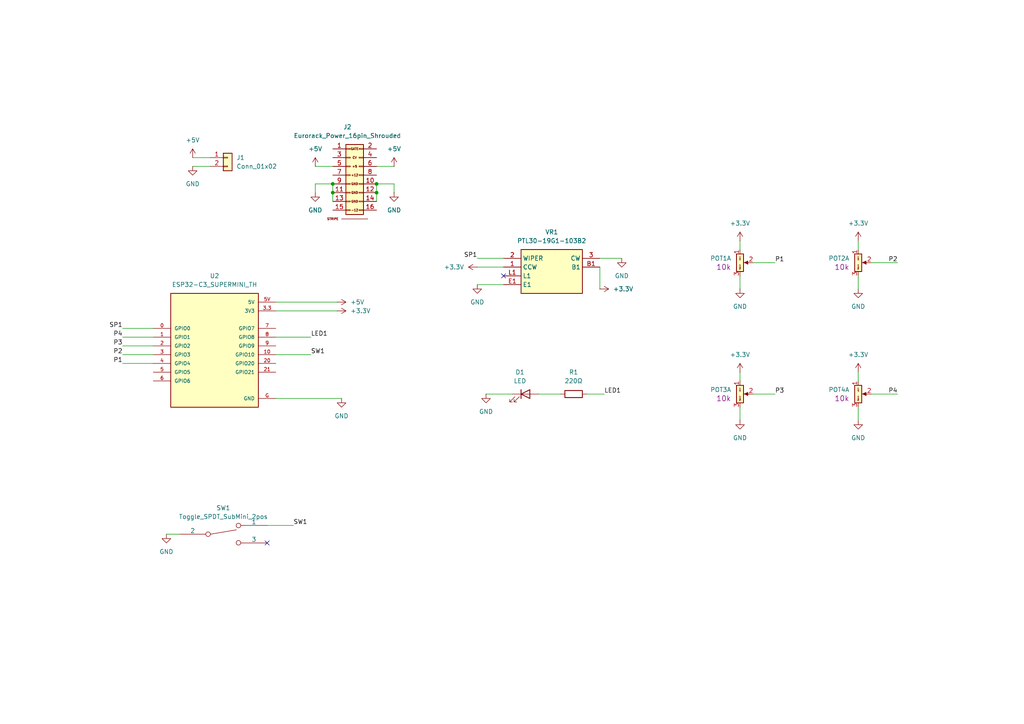
<source format=kicad_sch>
(kicad_sch (version 20250114) (generator "eeschema") (generator_version "9.0")
  (paper "A4")
  (title_block (title "Slide & Twist") (date "2025-12-06") (rev "1.0") (company "Nanas Sound OÜ"))
  (lib_symbols
    (symbol "4ms_Connector:Conn_01x02" (pin_names (offset 1.016) (hide yes))
      (property "Reference" "J" (at 0 2.54 0))
      (property "Value" "Conn_01x02" (at 0 -5.08 0))
      (symbol "Conn_01x02_1_1"
        (rectangle (start -1.27 1.27) (end 1.27 -3.81) (stroke (width 0.254)) (fill (type background)))
        (rectangle (start -1.27 0.127) (end 0 -0.127) (stroke (width 0.1524)))
        (rectangle (start -1.27 -2.413) (end 0 -2.667) (stroke (width 0.1524)))
        (pin passive line (at -5.08 0 0) (length 3.81) (name "Pin_1") (number "1"))
        (pin passive line (at -5.08 -2.54 0) (length 3.81) (name "Pin_2") (number "2"))
      )
    )
    (symbol "4ms_Connector:Eurorack_Power_16pin_Shrouded" (pin_names (offset 0.0254) (hide yes))
      (property "Reference" "J" (at 0 11.43 0))
      (property "Value" "Eurorack_Power_16pin_Shrouded" (at 0 13.97 0))
      (symbol "Eurorack_Power_16pin_Shrouded_0_0"
        (text "STRIPE" (at -6.35 -11.43 0) (effects (font (size 0.635 0.635))))
        (text "GATE" (at 0 8.89 0) (effects (font (size 0.635 0.635))))
        (text "CV" (at 0 6.35 0) (effects (font (size 0.635 0.635))))
        (text "+5" (at 0 3.81 0) (effects (font (size 0.635 0.635))))
        (text "+12" (at 0 1.27 0) (effects (font (size 0.635 0.635))))
        (text "GND" (at 0 -1.27 0) (effects (font (size 0.635 0.635))))
        (text "GND" (at 0 -3.81 0) (effects (font (size 0.635 0.635))))
        (text "GND" (at 0 -6.35 0) (effects (font (size 0.635 0.635))))
        (text "-12" (at 0 -8.89 0) (effects (font (size 0.635 0.635))))
      )
      (symbol "Eurorack_Power_16pin_Shrouded_0_1"
        (polyline (pts (xy -3.81 -11.43) (xy 3.81 -11.43) (xy 1.27 -11.43)))
        (rectangle (start -2.54 10.16) (end 2.54 -10.16) (stroke (width 0.254)) (fill (type background)))
        (rectangle (start -2.54 9.017) (end -1.27 8.763))
        (rectangle (start -2.54 6.477) (end -1.27 6.223))
        (rectangle (start -2.54 3.937) (end -1.27 3.683))
        (rectangle (start -2.54 1.397) (end -1.27 1.143))
        (rectangle (start -2.54 -1.143) (end -1.27 -1.397))
        (rectangle (start -2.54 -3.683) (end -1.27 -3.937))
        (rectangle (start -2.54 -6.223) (end -1.27 -6.477))
        (rectangle (start -2.54 -8.763) (end -1.27 -9.017))
        (rectangle (start 1.27 9.017) (end 2.54 8.763))
        (rectangle (start 1.27 6.477) (end 2.54 6.223))
        (rectangle (start 1.27 3.937) (end 2.54 3.683))
        (rectangle (start 1.27 1.397) (end 2.54 1.143))
        (rectangle (start 1.27 -1.143) (end 2.54 -1.397))
        (rectangle (start 1.27 -3.683) (end 2.54 -3.937))
        (rectangle (start 1.27 -6.223) (end 2.54 -6.477))
        (rectangle (start 1.27 -8.763) (end 2.54 -9.017))
      )
      (symbol "Eurorack_Power_16pin_Shrouded_1_1"
        (pin passive line (at -6.35 8.89 0) (length 3.81) (name "P1") (number "1"))
        (pin passive line (at -6.35 6.35 0) (length 3.81) (name "P3") (number "3"))
        (pin passive line (at -6.35 3.81 0) (length 3.81) (name "+12V") (number "5"))
        (pin passive line (at -6.35 1.27 0) (length 3.81) (name "12V") (number "7"))
        (pin passive line (at -6.35 -1.27 0) (length 3.81) (name "GND") (number "9"))
        (pin passive line (at -6.35 -3.81 0) (length 3.81) (name "GND") (number "11"))
        (pin passive line (at -6.35 -6.35 0) (length 3.81) (name "-12") (number "13"))
        (pin passive line (at -6.35 -8.89 0) (length 3.81) (name "-12V") (number "15"))
        (pin passive line (at 6.35 8.89 180) (length 3.81) (name "P2") (number "2"))
        (pin passive line (at 6.35 6.35 180) (length 3.81) (name "P4") (number "4"))
        (pin passive line (at 6.35 3.81 180) (length 3.81) (name "P6") (number "6"))
        (pin passive line (at 6.35 1.27 180) (length 3.81) (name "+12V") (number "8"))
        (pin passive line (at 6.35 -1.27 180) (length 3.81) (name "GND") (number "10"))
        (pin passive line (at 6.35 -3.81 180) (length 3.81) (name "GND") (number "12"))
        (pin passive line (at 6.35 -6.35 180) (length 3.81) (name "-12V") (number "14"))
        (pin passive line (at 6.35 -8.89 180) (length 3.81) (name "P16") (number "16"))
      )
    )
    (symbol "4ms_Potentiometer:9mm_NoDet_10k_DShaft" (pin_names (offset 1.016) (hide yes))
      (property "Reference" "POT" (at -4.572 -0.127 90))
      (property "Display" "10k" (at -2.794 0 90))
      (symbol "9mm_NoDet_10k_DShaft_1_1"
        (rectangle (start 1.016 2.54) (end -1.016 -2.54) (stroke (width 0.254)) (fill (type background)))
        (polyline (pts (xy 1.143 0) (xy 2.286 0.508) (xy 2.286 -0.508)) (fill (type outline)))
        (polyline (pts (xy 2.54 0) (xy 1.524 0)))
        (text "Left/1" (at 0 1.27 900) (effects (font (size 0.254 0.254))))
        (text "Right/3" (at 0 -1.27 900) (effects (font (size 0.254 0.254))))
        (pin passive line (at 0 3.81 270) (length 1.27) (name "Left") (number "1"))
        (pin passive line (at 0 -3.81 90) (length 1.27) (name "Right") (number "3"))
        (pin passive line (at 3.81 0 180) (length 1.27) (name "Center") (number "2"))
      )
      (symbol "9mm_NoDet_10k_DShaft_2_1"
        (rectangle (start -2.54 0) (end -1.27 0) (stroke (width 0.254)))
        (rectangle (start 1.016 2.54) (end -1.016 -2.54) (stroke (width 0.254)) (fill (type background)))
        (rectangle (start 1.27 0) (end 2.54 0) (stroke (width 0.254)))
        (pin passive line (at -2.54 -1.27 90) (length 1.27) (name "Tab1") (number "4"))
        (pin passive line (at 2.54 -1.27 90) (length 1.27) (name "Tab2") (number "5"))
      )
    )
    (symbol "4ms_Switch:Toggle_SPDT_SubMini_2pos" (pin_numbers (hide yes)) (pin_names (offset 0))
      (property "Reference" "SW" (at -5.08 3.81 0))
      (property "Value" "Toggle_SPDT_SubMini_2pos" (at -3.81 -3.81 0))
      (symbol "Toggle_SPDT_SubMini_2pos_1_1"
        (circle (center -4.4196 0) (radius 0.6604))
        (polyline (pts (xy -3.7084 0) (xy 3.7846 1.27)))
        (circle (center 4.3942 2.5146) (radius 0.6604))
        (circle (center 4.3942 -2.4892) (radius 0.6604))
        (pin passive line (at -12.7 0 0) (length 7.62) (name "2") (number "2"))
        (pin passive line (at 12.7 2.54 180) (length 7.62) (name "1") (number "1"))
        (pin passive line (at 12.7 -2.54 180) (length 7.62) (name "3") (number "3"))
      )
    )
    (symbol "Device:LED" (pin_numbers (hide yes)) (pin_names (offset 1.016) (hide yes))
      (property "Reference" "D" (at 0 2.54 0))
      (property "Value" "LED" (at 0 -2.54 0))
      (symbol "LED_0_1"
        (polyline (pts (xy -3.048 -0.762) (xy -4.572 -2.286) (xy -3.81 -2.286) (xy -4.572 -2.286) (xy -4.572 -1.524)))
        (polyline (pts (xy -1.778 -0.762) (xy -3.302 -2.286) (xy -2.54 -2.286) (xy -3.302 -2.286) (xy -3.302 -1.524)))
        (polyline (pts (xy -1.27 0) (xy 1.27 0)))
        (polyline (pts (xy -1.27 -1.27) (xy -1.27 1.27)) (stroke (width 0.254)))
        (polyline (pts (xy 1.27 -1.27) (xy 1.27 1.27) (xy -1.27 0) (xy 1.27 -1.27)) (stroke (width 0.254)))
      )
      (symbol "LED_1_1"
        (pin passive line (at -3.81 0 0) (length 2.54) (name "K") (number "1"))
        (pin passive line (at 3.81 0 180) (length 2.54) (name "A") (number "2"))
      )
    )
    (symbol "Device:R" (pin_numbers (hide yes)) (pin_names (offset 0))
      (property "Reference" "R" (at 2.032 0 90))
      (property "Value" "R" (at 0 0 90))
      (symbol "R_0_1"
        (rectangle (start -1.016 -2.54) (end 1.016 2.54) (stroke (width 0.254)))
      )
      (symbol "R_1_1"
        (pin passive line (at 0 3.81 270) (length 1.27) (name "~") (number "1"))
        (pin passive line (at 0 -3.81 90) (length 1.27) (name "~") (number "2"))
      )
    )
    (symbol "ESP32-C3_SUPERMINI_TH:ESP32-C3_SUPERMINI_TH" (pin_names (offset 1.016))
      (property "Reference" "U" (at -12.7 16.002 0))
      (property "Value" "ESP32-C3_SUPERMINI_TH" (at -12.7 -20.32 0))
      (symbol "ESP32-C3_SUPERMINI_TH_0_0"
        (rectangle (start -12.7 -17.78) (end 12.7 15.24) (stroke (width 0.254)) (fill (type background)))
        (pin bidirectional line (at -17.78 5.08 0) (length 5.08) (name "GPIO0") (number "0"))
        (pin bidirectional line (at -17.78 2.54 0) (length 5.08) (name "GPIO1") (number "1"))
        (pin bidirectional line (at -17.78 0 0) (length 5.08) (name "GPIO2") (number "2"))
        (pin bidirectional line (at -17.78 -2.54 0) (length 5.08) (name "GPIO3") (number "3"))
        (pin bidirectional line (at -17.78 -5.08 0) (length 5.08) (name "GPIO4") (number "4"))
        (pin bidirectional line (at -17.78 -7.62 0) (length 5.08) (name "GPIO5") (number "5"))
        (pin bidirectional line (at -17.78 -10.16 0) (length 5.08) (name "GPIO6") (number "6"))
        (pin power_in line (at 17.78 12.7 180) (length 5.08) (name "5V") (number "5V"))
        (pin power_in line (at 17.78 10.16 180) (length 5.08) (name "3V3") (number "3.3"))
        (pin bidirectional line (at 17.78 5.08 180) (length 5.08) (name "GPIO7") (number "7"))
        (pin bidirectional line (at 17.78 2.54 180) (length 5.08) (name "GPIO8") (number "8"))
        (pin bidirectional line (at 17.78 0 180) (length 5.08) (name "GPIO9") (number "9"))
        (pin bidirectional line (at 17.78 -2.54 180) (length 5.08) (name "GPIO10") (number "10"))
        (pin bidirectional line (at 17.78 -5.08 180) (length 5.08) (name "GPIO20") (number "20"))
        (pin bidirectional line (at 17.78 -7.62 180) (length 5.08) (name "GPIO21") (number "21"))
        (pin power_in line (at 17.78 -15.24 180) (length 5.08) (name "GND") (number "G"))
      )
    )
    (symbol "PTL30-19G1-103B2:PTL30-19G1-103B2"
      (property "Reference" "VR" (at 24.13 7.62 0))
      (property "Value" "PTL30-19G1-103B2" (at 24.13 5.08 0))
      (symbol "PTL30-19G1-103B2_1_1"
        (rectangle (start 5.08 2.54) (end 22.86 -10.16) (stroke (width 0.254)) (fill (type background)))
        (pin passive line (at 0 0 0) (length 5.08) (name "WIPER") (number "2"))
        (pin passive line (at 0 -2.54 0) (length 5.08) (name "CCW") (number "1"))
        (pin passive line (at 0 -5.08 0) (length 5.08) (name "L1") (number "L1"))
        (pin passive line (at 0 -7.62 0) (length 5.08) (name "E1") (number "E1"))
        (pin passive line (at 27.94 0 180) (length 5.08) (name "CW") (number "3"))
        (pin passive line (at 27.94 -2.54 180) (length 5.08) (name "B1") (number "B1"))
      )
    )
    (symbol "power:+3.3V" (power) (pin_numbers (hide yes)) (pin_names (offset 0) (hide yes))
      (property "Value" "+3.3V" (at 0 3.556 0))
      (symbol "+3.3V_0_1"
        (polyline (pts (xy -0.762 1.27) (xy 0 2.54)))
        (polyline (pts (xy 0 2.54) (xy 0.762 1.27)))
        (polyline (pts (xy 0 0) (xy 0 2.54)))
      )
      (symbol "+3.3V_1_1"
        (pin power_in line (at 0 0 90) (length 0) (name "~") (number "1"))
      )
    )
    (symbol "power:+5V" (power) (pin_numbers (hide yes)) (pin_names (offset 0) (hide yes))
      (property "Value" "+5V" (at 0 3.556 0))
      (symbol "+5V_0_1"
        (polyline (pts (xy -0.762 1.27) (xy 0 2.54)))
        (polyline (pts (xy 0 2.54) (xy 0.762 1.27)))
        (polyline (pts (xy 0 0) (xy 0 2.54)))
      )
      (symbol "+5V_1_1"
        (pin power_in line (at 0 0 90) (length 0) (name "~") (number "1"))
      )
    )
    (symbol "power:GND" (power) (pin_numbers (hide yes)) (pin_names (offset 0) (hide yes))
      (property "Value" "GND" (at 0 -3.81 0))
      (symbol "GND_0_1"
        (polyline (pts (xy 0 0) (xy 0 -1.27) (xy 1.27 -1.27) (xy 0 -2.54) (xy -1.27 -1.27) (xy 0 -1.27)))
      )
      (symbol "GND_1_1"
        (pin power_in line (at 0 0 270) (length 0) (name "~") (number "1"))
      )
    )
  )
  (junction (at 96.52 55.88))
  (junction (at 109.22 55.88))
  (junction (at 109.22 53.34))
  (junction (at 96.52 53.34))
  (no_connect (at 146.05 80.01))
  (no_connect (at 77.47 157.48))
  (wire (pts (xy 35.56 95.25) (xy 44.45 95.25)))
  (wire (pts (xy 252.73 114.3) (xy 260.35 114.3)))
  (wire (pts (xy 80.01 115.57) (xy 99.06 115.57)))
  (wire (pts (xy 248.92 69.85) (xy 248.92 72.39)))
  (wire (pts (xy 48.26 154.94) (xy 52.07 154.94)))
  (wire (pts (xy 248.92 118.11) (xy 248.92 121.92)))
  (wire (pts (xy 109.22 53.34) (xy 109.22 55.88)))
  (wire (pts (xy 214.63 107.95) (xy 214.63 110.49)))
  (wire (pts (xy 138.43 77.47) (xy 146.05 77.47)))
  (wire (pts (xy 109.22 53.34) (xy 114.3 53.34)))
  (wire (pts (xy 55.88 48.26) (xy 60.96 48.26)))
  (wire (pts (xy 248.92 80.01) (xy 248.92 83.82)))
  (wire (pts (xy 170.18 114.3) (xy 175.26 114.3)))
  (wire (pts (xy 140.97 114.3) (xy 148.59 114.3)))
  (wire (pts (xy 114.3 53.34) (xy 114.3 55.88)))
  (wire (pts (xy 80.01 90.17) (xy 97.79 90.17)))
  (wire (pts (xy 156.21 114.3) (xy 162.56 114.3)))
  (wire (pts (xy 173.99 77.47) (xy 173.99 83.82)))
  (wire (pts (xy 77.47 152.4) (xy 85.09 152.4)))
  (wire (pts (xy 138.43 82.55) (xy 146.05 82.55)))
  (wire (pts (xy 214.63 80.01) (xy 214.63 83.82)))
  (wire (pts (xy 80.01 102.87) (xy 90.17 102.87)))
  (wire (pts (xy 252.73 76.2) (xy 260.35 76.2)))
  (wire (pts (xy 109.22 48.26) (xy 114.3 48.26)))
  (wire (pts (xy 96.52 53.34) (xy 91.44 53.34)))
  (wire (pts (xy 91.44 53.34) (xy 91.44 55.88)))
  (wire (pts (xy 35.56 100.33) (xy 44.45 100.33)))
  (wire (pts (xy 109.22 55.88) (xy 109.22 58.42)))
  (wire (pts (xy 80.01 87.63) (xy 97.79 87.63)))
  (wire (pts (xy 35.56 97.79) (xy 44.45 97.79)))
  (wire (pts (xy 173.99 74.93) (xy 180.34 74.93)))
  (wire (pts (xy 35.56 102.87) (xy 44.45 102.87)))
  (wire (pts (xy 96.52 55.88) (xy 96.52 58.42)))
  (wire (pts (xy 214.63 69.85) (xy 214.63 72.39)))
  (wire (pts (xy 80.01 97.79) (xy 90.17 97.79)))
  (wire (pts (xy 214.63 118.11) (xy 214.63 121.92)))
  (wire (pts (xy 91.44 48.26) (xy 96.52 48.26)))
  (wire (pts (xy 55.88 45.72) (xy 60.96 45.72)))
  (wire (pts (xy 218.44 76.2) (xy 224.79 76.2)))
  (wire (pts (xy 218.44 114.3) (xy 224.79 114.3)))
  (wire (pts (xy 96.52 53.34) (xy 96.52 55.88)))
  (wire (pts (xy 35.56 105.41) (xy 44.45 105.41)))
  (wire (pts (xy 138.43 74.93) (xy 146.05 74.93)))
  (wire (pts (xy 248.92 107.95) (xy 248.92 110.49)))
  (label "P4" (at 35.56 97.79 180))
  (label "P3" (at 35.56 100.33 180))
  (label "P1" (at 35.56 105.41 180))
  (label "SP1" (at 35.56 95.25 180))
  (label "LED1" (at 90.17 97.79 0))
  (label "P2" (at 260.35 76.2 180))
  (label "SW1" (at 85.09 152.4 0))
  (label "P2" (at 35.56 102.87 180))
  (label "SP1" (at 138.43 74.93 180))
  (label "P4" (at 260.35 114.3 180))
  (label "P3" (at 224.79 114.3 0))
  (label "LED1" (at 175.26 114.3 0))
  (label "P1" (at 224.79 76.2 0))
  (label "SW1" (at 90.17 102.87 0))
  (symbol (lib_id "power:GND") (at 91.44 55.88 0) (unit 1)
    (property "Reference" "#PWR018" (effects (hide yes)))
    (property "Value" "GND" (at 91.44 60.96 0))
    (property "Description" "Power symbol creates a global label with name \"GND\" , ground" (effects (hide yes)))
  )
  (symbol (lib_id "4ms_Connector:Eurorack_Power_16pin_Shrouded") (at 102.87 52.07 0) (unit 1)
    (property "Reference" "J2" (at 100.7633 36.83 0))
    (property "Value" "Eurorack_Power_16pin_Shrouded" (at 100.7633 39.37 0))
    (property "Footprint" "4ms_Connector:Pins_2x08_2.54mm_TH_EuroPower_Shrouded" (effects (hide yes)))
    (property "Description" "Header, Male Pins, 2*8, spacing 2.54mm, straight pin, shrouded and keyed" (effects (hide yes)))
    (property "Specifications" "Header, Male Pins, 2*8, spacing 2.54mm, straight pin, shrouded and keyed" (effects (hide yes)))
    (property "Manufacturer" "Cixi LanLing" (effects (hide yes)))
    (property "Part Number" "LL1007-1 (2*8 HITEMP)" (effects (hide yes)))
  )
  (symbol (lib_id "power:GND") (at 99.06 115.57 0) (unit 1)
    (property "Reference" "#PWR01" (effects (hide yes)))
    (property "Value" "GND" (at 99.06 120.65 0))
    (property "Description" "Power symbol creates a global label with name \"GND\" , ground" (effects (hide yes)))
  )
  (symbol (lib_id "power:+5V") (at 97.79 87.63 270) (unit 1)
    (property "Reference" "#PWR015" (effects (hide yes)))
    (property "Value" "+5V" (at 101.6 87.6299 90) (effects (justify left)))
    (property "Description" "Power symbol creates a global label with name \"+5V\"" (effects (hide yes)))
  )
  (symbol (lib_id "power:GND") (at 114.3 55.88 0) (unit 1)
    (property "Reference" "#PWR019" (effects (hide yes)))
    (property "Value" "GND" (at 114.3 60.96 0))
    (property "Description" "Power symbol creates a global label with name \"GND\" , ground" (effects (hide yes)))
  )
  (symbol (lib_id "power:GND") (at 138.43 82.55 0) (unit 1)
    (property "Reference" "#PWR04" (effects (hide yes)))
    (property "Value" "GND" (at 138.43 87.63 0))
    (property "Description" "Power symbol creates a global label with name \"GND\" , ground" (effects (hide yes)))
  )
  (symbol (lib_id "power:+3.3V") (at 97.79 90.17 270) (unit 1)
    (property "Reference" "#PWR0101" (effects (hide yes)))
    (property "Value" "+3.3V" (at 101.6 90.1699 90) (effects (justify left)))
    (property "Description" "Power symbol creates a global label with name \"+3.3V\"" (effects (hide yes)))
  )
  (symbol (lib_id "power:+3.3V") (at 173.99 83.82 270) (unit 1)
    (property "Reference" "#PWR0102" (effects (hide yes)))
    (property "Value" "+3.3V" (at 177.8 83.8199 90) (effects (justify left)))
    (property "Description" "Power symbol creates a global label with name \"+3.3V\"" (effects (hide yes)))
  )
  (symbol (lib_id "power:+3.3V") (at 214.63 107.95 0) (unit 1)
    (property "Reference" "#PWR09" (effects (hide yes)))
    (property "Value" "+3.3V" (at 214.63 102.87 0))
    (property "Description" "Power symbol creates a global label with name \"+3.3V\"" (effects (hide yes)))
  )
  (symbol (lib_id "4ms_Potentiometer:9mm_NoDet_10k_DShaft") (at 214.63 76.2 0) (unit 1)
    (property "Reference" "POT1" (at 212.09 74.9299 0) (effects (justify right)))
    (property "Value" "9mm_NoDet_10k_DShaft" (effects (hide yes)))
    (property "Footprint" "4ms_Potentiometer:Pot_9mm_DShaft" (effects (hide yes)))
    (property "Description" "10k Linear, 9mm pot, No Detent, D-Shaft" (effects (hide yes)))
    (property "Specifications" "10k Linear, 9mm pot, No Detent, D-Shaft" (effects (hide yes)))
    (property "Manufacturer" " Alpha Taiwan " (effects (hide yes)))
    (property "Part Number" " RV09BCF-40-25F-B10K-007 " (effects (hide yes)))
    (property "Display" "10k" (at 212.09 77.4699 0) (effects (font (size 1.524 1.524)) (justify right)))
  )
  (symbol (lib_id "4ms_Switch:Toggle_SPDT_SubMini_2pos") (at 64.77 154.94 0) (unit 1)
    (property "Reference" "SW1" (at 64.77 147.32 0))
    (property "Value" "Toggle_SPDT_SubMini_2pos" (at 64.77 149.86 0))
    (property "Footprint" "TestPoint:TestPoint_2Pads_Pitch2.54mm_Drill0.8mm" (effects (hide yes)))
    (property "Description" "SPDT, 3-position, sub-mini toggle, PC-pin, vertical, on(off)on" (effects (hide yes)))
    (property "Specifications" "SPDT, 3-position, sub-mini toggle, PC-pin, vertical, on(off)on" (effects (hide yes)))
    (property "Manufacturer" "Taiway Switches" (effects (hide yes)))
    (property "Part Number" "200-MSP3-T2B3M2QE" (effects (hide yes)))
  )
  (symbol (lib_id "4ms_Potentiometer:9mm_NoDet_10k_DShaft") (at 248.92 114.3 0) (unit 1)
    (property "Reference" "POT4" (at 246.38 113.0299 0) (effects (justify right)))
    (property "Value" "9mm_NoDet_10k_DShaft" (effects (hide yes)))
    (property "Footprint" "4ms_Potentiometer:Pot_9mm_DShaft" (effects (hide yes)))
    (property "Description" "10k Linear, 9mm pot, No Detent, D-Shaft" (effects (hide yes)))
    (property "Specifications" "10k Linear, 9mm pot, No Detent, D-Shaft" (effects (hide yes)))
    (property "Manufacturer" " Alpha Taiwan " (effects (hide yes)))
    (property "Part Number" " RV09BCF-40-25F-B10K-007 " (effects (hide yes)))
    (property "Display" "10k" (at 246.38 115.5699 0) (effects (font (size 1.524 1.524)) (justify right)))
  )
  (symbol (lib_id "4ms_Connector:Conn_01x02") (at 66.04 45.72 0) (unit 1)
    (property "Reference" "J1" (at 68.58 45.7199 0) (effects (justify left)))
    (property "Value" "Conn_01x02" (at 68.58 48.2599 0) (effects (justify left)))
    (property "Footprint" "4ms_Connector:Pins_1x02_2.54mm_TH" (effects (hide yes)))
    (property "Description" "HEADER 1x2 MALE PINS 0.100” 180deg" (effects (hide yes)))
    (property "Specifications" "Pins_01x02, Header, Male Pins, 1*2, spacing 2.54mm, straight pin" (effects (hide yes)))
    (property "Manufacturer" "TAD" (effects (hide yes)))
    (property "Part Number" "1-0201FBV0T" (effects (hide yes)))
  )
  (symbol (lib_id "power:GND") (at 180.34 74.93 0) (unit 1)
    (property "Reference" "#PWR03" (effects (hide yes)))
    (property "Value" "GND" (at 180.34 80.01 0))
    (property "Description" "Power symbol creates a global label with name \"GND\" , ground" (effects (hide yes)))
  )
  (symbol (lib_id "power:GND") (at 140.97 114.3 0) (unit 1)
    (property "Reference" "#PWR021" (effects (hide yes)))
    (property "Value" "GND" (at 140.97 119.38 0))
    (property "Description" "Power symbol creates a global label with name \"GND\" , ground" (effects (hide yes)))
  )
  (symbol (lib_id "power:GND") (at 248.92 83.82 0) (unit 1)
    (property "Reference" "#PWR08" (effects (hide yes)))
    (property "Value" "GND" (at 248.92 88.9 0))
    (property "Description" "Power symbol creates a global label with name \"GND\" , ground" (effects (hide yes)))
  )
  (symbol (lib_id "power:+5V") (at 114.3 48.26 0) (unit 1)
    (property "Reference" "#PWR017" (effects (hide yes)))
    (property "Value" "+5V" (at 114.3 43.18 0))
    (property "Description" "Power symbol creates a global label with name \"+5V\"" (effects (hide yes)))
  )
  (symbol (lib_id "power:GND") (at 55.88 48.26 0) (unit 1)
    (property "Reference" "#PWR013" (effects (hide yes)))
    (property "Value" "GND" (at 55.88 53.34 0))
    (property "Description" "Power symbol creates a global label with name \"GND\" , ground" (effects (hide yes)))
  )
  (symbol (lib_id "ESP32-C3_SUPERMINI_TH:ESP32-C3_SUPERMINI_TH") (at 62.23 100.33 0) (unit 1)
    (property "Reference" "U2" (at 62.23 80.01 0))
    (property "Value" "ESP32-C3_SUPERMINI_TH" (at 62.23 82.55 0))
    (property "Footprint" "ESP32-C3_SUPERMINI_TH:MODULE_ESP32-C3_SUPERMINI_TH" (effects (hide yes)))
    (property "MF" "Espressif Systems" (effects (hide yes)))
    (property "Description_1" "Super tiny ESP32-C3 board" (effects (hide yes)))
    (property "CREATOR" "DIZAR" (effects (hide yes)))
    (property "Price" "None" (effects (hide yes)))
    (property "Package" "Package" (effects (hide yes)))
    (property "Check_prices" "https://www.snapeda.com/parts/ESP32-C3%20SuperMini_TH/Espressif+Systems/view-part/?ref=eda" (effects (hide yes)))
    (property "STANDARD" "IPC-7351B" (effects (hide yes)))
    (property "SnapEDA_Link" "https://www.snapeda.com/parts/ESP32-C3%20SuperMini_TH/Espressif+Systems/view-part/?ref=snap" (effects (hide yes)))
    (property "MP" "ESP32-C3 SuperMini_TH" (effects (hide yes)))
    (property "Availability" "Not in stock" (effects (hide yes)))
    (property "MANUFACTURER" "Espressif Systems" (effects (hide yes)))
  )
  (symbol (lib_id "4ms_Potentiometer:9mm_NoDet_10k_DShaft") (at 248.92 76.2 0) (unit 1)
    (property "Reference" "POT2" (at 246.38 74.9299 0) (effects (justify right)))
    (property "Value" "9mm_NoDet_10k_DShaft" (effects (hide yes)))
    (property "Footprint" "4ms_Potentiometer:Pot_9mm_DShaft" (effects (hide yes)))
    (property "Description" "10k Linear, 9mm pot, No Detent, D-Shaft" (effects (hide yes)))
    (property "Specifications" "10k Linear, 9mm pot, No Detent, D-Shaft" (effects (hide yes)))
    (property "Manufacturer" " Alpha Taiwan " (effects (hide yes)))
    (property "Part Number" " RV09BCF-40-25F-B10K-007 " (effects (hide yes)))
    (property "Display" "10k" (at 246.38 77.4699 0) (effects (font (size 1.524 1.524)) (justify right)))
  )
  (symbol (lib_id "power:+3.3V") (at 138.43 77.47 90) (unit 1)
    (property "Reference" "#PWR05" (effects (hide yes)))
    (property "Value" "+3.3V" (at 134.62 77.4699 90) (effects (justify left)))
    (property "Description" "Power symbol creates a global label with name \"+3.3V\"" (effects (hide yes)))
  )
  (symbol (lib_id "4ms_Potentiometer:9mm_NoDet_10k_DShaft") (at 214.63 114.3 0) (unit 1)
    (property "Reference" "POT3" (at 212.09 113.0299 0) (effects (justify right)))
    (property "Value" "9mm_NoDet_10k_DShaft" (effects (hide yes)))
    (property "Footprint" "4ms_Potentiometer:Pot_9mm_DShaft" (effects (hide yes)))
    (property "Description" "10k Linear, 9mm pot, No Detent, D-Shaft" (effects (hide yes)))
    (property "Specifications" "10k Linear, 9mm pot, No Detent, D-Shaft" (effects (hide yes)))
    (property "Manufacturer" " Alpha Taiwan " (effects (hide yes)))
    (property "Part Number" " RV09BCF-40-25F-B10K-007 " (effects (hide yes)))
    (property "Display" "10k" (at 212.09 115.5699 0) (effects (font (size 1.524 1.524)) (justify right)))
  )
  (symbol (lib_id "PTL30-19G1-103B2:PTL30-19G1-103B2") (at 146.05 74.93 0) (unit 1)
    (property "Reference" "VR1" (at 160.02 67.31 0))
    (property "Value" "PTL30-19G1-103B2" (at 160.02 69.85 0))
    (property "Footprint" "Bourne-PTL30-19G1-103B2:PTL3019G1103B2" (effects (hide yes)))
    (property "Datasheet" "https://www.bourns.com/docs/Product-Datasheets/PTL.pdf" (effects (hide yes)))
    (property "Description" "Slide Potentiometers 10Kohms Travel=30mm Center Detent" (effects (hide yes)))
    (property "Height" "37.5" (effects (hide yes)))
    (property "Mouser Part Number" "652-PTL30-19G1-103B2" (effects (hide yes)))
    (property "Mouser Price/Stock" "https://www.mouser.co.uk/ProductDetail/Bourns/PTL30-19G1-103B2?qs=MufAK3yimRNyCxkP0tpbaw%3D%3D" (effects (hide yes)))
    (property "Manufacturer_Name" "Bourns" (effects (hide yes)))
    (property "Manufacturer_Part_Number" "PTL30-19G1-103B2" (effects (hide yes)))
  )
  (symbol (lib_id "power:GND") (at 48.26 154.94 0) (unit 1)
    (property "Reference" "#PWR020" (effects (hide yes)))
    (property "Value" "GND" (at 48.26 160.02 0))
    (property "Description" "Power symbol creates a global label with name \"GND\" , ground" (effects (hide yes)))
  )
  (symbol (lib_id "power:GND") (at 214.63 121.92 0) (unit 1)
    (property "Reference" "#PWR010" (effects (hide yes)))
    (property "Value" "GND" (at 214.63 127 0))
    (property "Description" "Power symbol creates a global label with name \"GND\" , ground" (effects (hide yes)))
  )
  (symbol (lib_id "power:GND") (at 214.63 83.82 0) (unit 1)
    (property "Reference" "#PWR06" (effects (hide yes)))
    (property "Value" "GND" (at 214.63 88.9 0))
    (property "Description" "Power symbol creates a global label with name \"GND\" , ground" (effects (hide yes)))
  )
  (symbol (lib_id "power:+3.3V") (at 248.92 107.95 0) (unit 1)
    (property "Reference" "#PWR011" (effects (hide yes)))
    (property "Value" "+3.3V" (at 248.92 102.87 0))
    (property "Description" "Power symbol creates a global label with name \"+3.3V\"" (effects (hide yes)))
  )
  (symbol (lib_id "power:GND") (at 248.92 121.92 0) (unit 1)
    (property "Reference" "#PWR012" (effects (hide yes)))
    (property "Value" "GND" (at 248.92 127 0))
    (property "Description" "Power symbol creates a global label with name \"GND\" , ground" (effects (hide yes)))
  )
  (symbol (lib_id "power:+3.3V") (at 214.63 69.85 0) (unit 1)
    (property "Reference" "#PWR02" (effects (hide yes)))
    (property "Value" "+3.3V" (at 214.63 64.77 0))
    (property "Description" "Power symbol creates a global label with name \"+3.3V\"" (effects (hide yes)))
  )
  (symbol (lib_id "Device:R") (at 166.37 114.3 270) (unit 1)
    (property "Reference" "R1" (at 166.37 107.95 90))
    (property "Value" "220Ω" (at 166.37 110.49 90))
    (property "Footprint" "Resistor_THT:R_Box_L13.0mm_W4.0mm_P9.00mm" (effects (hide yes)))
    (property "Description" "Resistor" (effects (hide yes)))
  )
  (symbol (lib_id "power:+5V") (at 91.44 48.26 0) (unit 1)
    (property "Reference" "#PWR016" (effects (hide yes)))
    (property "Value" "+5V" (at 91.44 43.18 0))
    (property "Description" "Power symbol creates a global label with name \"+5V\"" (effects (hide yes)))
  )
  (symbol (lib_id "power:+3.3V") (at 248.92 69.85 0) (unit 1)
    (property "Reference" "#PWR07" (effects (hide yes)))
    (property "Value" "+3.3V" (at 248.92 64.77 0))
    (property "Description" "Power symbol creates a global label with name \"+3.3V\"" (effects (hide yes)))
  )
  (symbol (lib_id "Device:LED") (at 152.4 114.3 0) (unit 1)
    (property "Reference" "D1" (at 150.8125 107.95 0))
    (property "Value" "LED" (at 150.8125 110.49 0))
    (property "Footprint" "LED_THT:LED_D3.0mm_FlatTop" (effects (hide yes)))
    (property "Description" "Light emitting diode" (effects (hide yes)))
    (property "Sim.Pins" "1=K 2=A" (effects (hide yes)))
  )
  (symbol (lib_id "power:+5V") (at 55.88 45.72 0) (unit 1)
    (property "Reference" "#PWR014" (effects (hide yes)))
    (property "Value" "+5V" (at 55.88 40.64 0))
    (property "Description" "Power symbol creates a global label with name \"+5V\"" (effects (hide yes)))
  )
)
</source>
